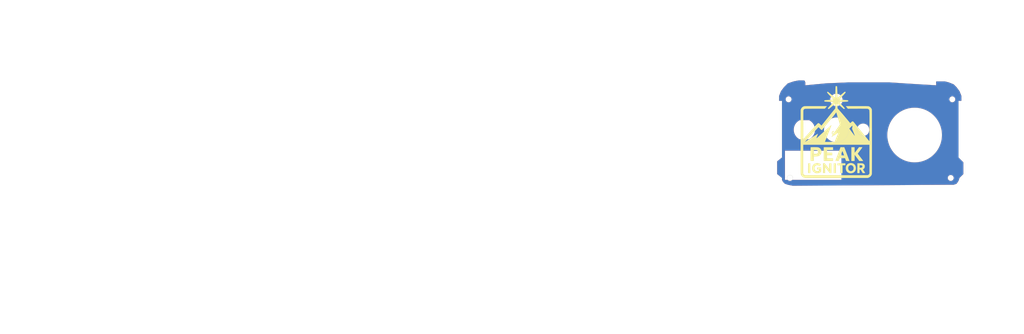
<source format=kicad_pcb>
(kicad_pcb (version 20241229) (generator "pcbnew") (generator_version "9.0")
  (layers (0 "F.Cu" signal) (4 "In1.Cu" signal) (6 "In2.Cu" signal) (2 "B.Cu" signal) (13 "F.Paste" user) (15 "B.Paste" user) (5 "F.SilkS" user "F.Silkscreen") (7 "B.SilkS" user "B.Silkscreen") (1 "F.Mask" user) (3 "B.Mask" user) (25 "Edge.Cuts" user))
  (net 0 "")
  (footprint "myfootprints:dummy" (layer "F.Cu") (at 224 24)
    (property "Reference" "REF**" (hide yes))
    (property "Value" "dummy")
  )
  (footprint "LOGO" (layer "F.Cu") (at 224 41)
    (property "Reference" "G***" (at 0 0 0) (layer "F.SilkS") (effects (font (size 1.5 1.5) (thickness 0.3))))
    (property "Value" "LOGO" (hide yes))
    (fp_poly (pts (xy -0.239483 17.835658) (xy -0.239417 18.335237) (xy -0.240314 18.805733) (xy -0.242082 19.235329) (xy -0.244628 19.612207) (xy -0.247861 19.924549) (xy -0.251689 20.160538) (xy -0.25602 20.308357) (xy -0.259045 20.351442) (xy -0.281284 20.502966) (xy -0.84075 20.502966) (xy -1.400217 20.502966) (xy -1.386231 17.987182) (xy -1.372246 15.471398) (xy -0.807204 15.471398) (xy -0.242161 15.471398)) (fill yes) (layer "F.SilkS"))
    (fp_poly (pts (xy -13.358684 17.987182) (xy -13.355854 18.595238) (xy -13.354819 19.103357) (xy -13.355743 19.519219) (xy -13.358789 19.850501) (xy -13.364121 20.104884) (xy -13.371904 20.290044) (xy -13.382301 20.413661) (xy -13.395477 20.483413) (xy -13.411595 20.506979) (xy -13.412498 20.507083) (xy -13.528394 20.517001) (xy -13.561017 20.520537) (xy -13.650237 20.523074) (xy -13.815524 20.521523) (xy -14.02541 20.516263) (xy -14.08623 20.514234) (xy -14.530723 20.498596) (xy -14.516738 17.984997) (xy -14.502754 15.471398) (xy -13.937712 15.471398) (xy -13.37267 15.471398)) (fill yes) (layer "F.SilkS"))
    (fp_poly (pts (xy 4.617129 15.874366) (xy 4.62727 16.128063) (xy 4.623476 16.30503) (xy 4.589908 16.419034) (xy 4.51073 16.483844) (xy 4.370104 16.513228) (xy 4.152192 16.520951) (xy 3.873551 16.520763) (xy 3.175 16.520763) (xy 3.175 18.507448) (xy 3.175 20.494134) (xy 2.811758 20.512003) (xy 2.575345 20.519032) (xy 2.338404 20.518778) (xy 2.192902 20.513471) (xy 1.937288 20.497069) (xy 1.937288 18.508916) (xy 1.937288 16.520763) (xy 1.235763 16.520763) (xy 0.534238 16.520763) (xy 0.54964 15.99608) (xy 0.565042 15.471398) (xy 2.583051 15.471398) (xy 4.601059 15.471398)) (fill yes) (layer "F.SilkS"))
    (fp_poly (pts (xy -1.695127 7.9375) (xy -1.695127 8.637076) (xy -3.243917 8.651357) (xy -4.792706 8.665639) (xy -4.777603 9.324027) (xy -4.7625 9.982415) (xy -3.444068 10.009322) (xy -2.125636 10.036229) (xy -2.125636 10.708898) (xy -2.125636 11.381568) (xy -3.459034 11.395964) (xy -4.792432 11.410361) (xy -4.777466 12.149354) (xy -4.7625 12.888347) (xy -3.228814 12.915254) (xy -1.695127 12.942161) (xy -1.695127 13.61483) (xy -1.695127 14.2875) (xy -4.077851 14.301514) (xy -4.670591 14.304396) (xy -5.163623 14.305332) (xy -5.564852 14.304148) (xy -5.882182 14.300665) (xy -6.123517 14.294709) (xy -6.296763 14.2861) (xy -6.409824 14.274665) (xy -6.470605 14.260225) (xy -6.486499 14.247701) (xy -6.49078 14.183403) (xy -6.494417 14.020685) (xy -6.497378 13.768754) (xy -6.499632 13.436814) (xy -6.501148 13.034073) (xy -6.501894 12.569734) (xy -6.501839 12.053005) (xy -6.500953 11.493091) (xy -6.499204 10.899198) (xy -6.498478 10.708898) (xy -6.484534 7.237924) (xy -4.089831 7.237924) (xy -1.695127 7.237924)) (fill yes) (layer "F.SilkS"))
    (fp_poly (pts (xy -5.744316 15.745728) (xy -5.6168 15.913496) (xy -5.447741 16.135377) (xy -5.261032 16.380035) (xy -5.112288 16.574664) (xy -4.919464 16.826842) (xy -4.689624 17.12753) (xy -4.451068 17.4397) (xy -4.232099 17.72632) (xy -4.224365 17.736446) (xy -3.740042 18.370529) (xy -3.713136 16.920963) (xy -3.686229 15.471398) (xy -3.121187 15.471398) (xy -2.556144 15.471398) (xy -2.542141 17.943582) (xy -2.540057 18.499007) (xy -2.540278 19.002685) (xy -2.542684 19.446045) (xy -2.547155 19.820516) (xy -2.553569 20.117528) (xy -2.561807 20.32851) (xy -2.571749 20.444892) (xy -2.577537 20.465164) (xy -2.65386 20.494996) (xy -2.803347 20.523402) (xy -2.968235 20.541875) (xy -3.170629 20.551729) (xy -3.300659 20.537714) (xy -3.391994 20.494431) (xy -3.423989 20.46881) (xy -3.49894 20.389004) (xy -3.621966 20.242643) (xy -3.776906 20.049529) (xy -3.9476 19.829464) (xy -3.973229 19.795795) (xy -4.16371 19.546019) (xy -4.396091 19.242983) (xy -4.646069 18.918285) (xy -4.889344 18.603525) (xy -4.988859 18.475213) (xy -5.184921 18.221923) (xy -5.363614 17.989539) (xy -5.512024 17.794975) (xy -5.617238 17.655143) (xy -5.661055 17.594884) (xy -5.687699 17.561087) (xy -5.708633 17.552926) (xy -5.724573 17.580955) (xy -5.736235 17.655728) (xy -5.744335 17.787799) (xy -5.749589 17.987722) (xy -5.752713 18.266052) (xy -5.754425 18.633342) (xy -5.755228 18.982733) (xy -5.758051 20.502966) (xy -6.323093 20.502966) (xy -6.888136 20.502966) (xy -6.888136 17.973729) (xy -6.888136 15.444491) (xy -6.430438 15.444491) (xy -5.972741 15.444491)) (fill yes) (layer "F.SilkS"))
    (fp_poly (pts (xy 7.881688 15.386271) (xy 8.024785 15.414267) (xy 8.532715 15.571335) (xy 8.972857 15.809795) (xy 9.34097 16.124176) (xy 9.632813 16.509007) (xy 9.844146 16.958814) (xy 9.970727 17.468126) (xy 10.008683 17.9739) (xy 9.964856 18.531) (xy 9.83116 19.029243) (xy 9.606732 19.470282) (xy 9.290706 19.855772) (xy 8.882221 20.187367) (xy 8.83745 20.216853) (xy 8.485297 20.392979) (xy 8.067455 20.519125) (xy 7.615779 20.590798) (xy 7.162122 20.603507) (xy 6.738336 20.552761) (xy 6.633304 20.527635) (xy 6.136326 20.343934) (xy 5.712064 20.082509) (xy 5.363781 19.747851) (xy 5.094735 19.34445) (xy 4.908189 18.876798) (xy 4.807402 18.349386) (xy 4.790043 18.000635) (xy 6.054025 18.000635) (xy 6.057661 18.245237) (xy 6.073528 18.418469) (xy 6.109071 18.556485) (xy 6.171733 18.695434) (xy 6.212719 18.771437) (xy 6.436513 19.081225) (xy 6.717089 19.317467) (xy 7.011542 19.456366) (xy 7.281711 19.51836) (xy 7.534779 19.51941) (xy 7.820818 19.45911) (xy 7.853623 19.449554) (xy 8.170793 19.301513) (xy 8.439701 19.069236) (xy 8.641879 18.771908) (xy 8.733847 18.535206) (xy 8.806687 18.199429) (xy 8.81713 17.899814) (xy 8.765352 17.584953) (xy 8.737414 17.478779) (xy 8.600523 17.160219) (xy 8.387819 16.869642) (xy 8.125442 16.639524) (xy 8.003633 16.567134) (xy 7.801863 16.499799) (xy 7.543904 16.461446) (xy 7.274335 16.454487) (xy 7.037733 16.481334) (xy 6.941949 16.509687) (xy 6.629057 16.688984) (xy 6.365406 16.944377) (xy 6.197327 17.210617) (xy 6.12429 17.383605) (xy 6.08081 17.54395) (xy 6.059767 17.730916) (xy 6.054038 17.983768) (xy 6.054025 18.000635) (xy 4.790043 18.000635) (xy 4.789407 17.987865) (xy 4.836514 17.436031) (xy 4.974394 16.934458) (xy 5.197886 16.489718) (xy 5.501829 16.108384) (xy 5.881061 15.797029) (xy 6.330422 15.562223) (xy 6.807415 15.418172) (xy 7.188532 15.355732) (xy 7.528826 15.345155)) (fill yes) (layer "F.SilkS"))
    (fp_poly (pts (xy -9.311834 15.400189) (xy -8.862947 15.512638) (xy -8.458433 15.684933) (xy -8.139301 15.898377) (xy -8.031083 16.003556) (xy -7.970546 16.089291) (xy -7.96581 16.108491) (xy -7.997128 16.176112) (xy -8.080138 16.306637) (xy -8.200364 16.478087) (xy -8.280665 16.586588) (xy -8.594118 17.002201) (xy -8.710561 16.878253) (xy -8.940882 16.701306) (xy -9.240343 16.569214) (xy -9.577546 16.488427) (xy -9.921089 16.465392) (xy -10.239572 16.50656) (xy -10.350382 16.541476) (xy -10.620872 16.694087) (xy -10.868715 16.92493) (xy -11.06374 17.204876) (xy -11.089273 17.254846) (xy -11.164195 17.488162) (xy -11.205005 17.78294) (xy -11.210057 18.098031) (xy -11.177705 18.392284) (xy -11.140633 18.538771) (xy -10.973114 18.891597) (xy -10.735385 19.170993) (xy -10.440823 19.371329) (xy -10.102802 19.486979) (xy -9.734698 19.512312) (xy -9.349887 19.441702) (xy -9.161759 19.37146) (xy -8.933051 19.271306) (xy -8.933051 18.972305) (xy -8.933051 18.673305) (xy -9.383468 18.673305) (xy -9.833884 18.673305) (xy -9.859788 18.443491) (xy -9.870013 18.252992) (xy -9.867216 18.023521) (xy -9.860028 17.904218) (xy -9.834365 17.594757) (xy -8.805212 17.609349) (xy -7.776059 17.623941) (xy -7.776059 18.738287) (xy -7.775062 19.115386) (xy -7.776018 19.401317) (xy -7.784849 19.612466) (xy -7.807476 19.765218) (xy -7.849819 19.875959) (xy -7.917802 19.961074) (xy -8.017344 20.03695) (xy -8.154367 20.119972) (xy -8.308031 20.210379) (xy -8.528431 20.326847) (xy -8.769136 20.430406) (xy -8.926887 20.483471) (xy -9.120097 20.52225) (xy -9.377016 20.554669) (xy -9.664269 20.578607) (xy -9.948479 20.591942) (xy -10.196273 20.592555) (xy -10.374274 20.578324) (xy -10.386017 20.576187) (xy -10.797109 20.454933) (xy -11.203611 20.261468) (xy -11.570434 20.015415) (xy -11.839121 19.763554) (xy -12.102238 19.399837) (xy -12.286617 18.990646) (xy -12.396273 18.523434) (xy -12.435225 17.985654) (xy -12.435243 17.901279) (xy -12.3851 17.346319) (xy -12.246131 16.850767) (xy -12.021668 16.418441) (xy -11.715046 16.053157) (xy -11.329596 15.758733) (xy -10.868651 15.538986) (xy -10.335546 15.397734) (xy -10.235116 15.381375) (xy -9.778192 15.354223)) (fill yes) (layer "F.SilkS"))
    (fp_poly (pts (xy 12.468907 15.473553) (xy 12.845029 15.482041) (xy 13.144003 15.499899) (xy 13.381044 15.530162) (xy 13.571365 15.575868) (xy 13.730183 15.640053) (xy 13.87271 15.725752) (xy 14.014162 15.836003) (xy 14.070218 15.884458) (xy 14.329404 16.167151) (xy 14.491926 16.481418) (xy 14.568176 16.847747) (xy 14.570094 16.870081) (xy 14.563153 17.320548) (xy 14.466718 17.71556) (xy 14.282261 18.051816) (xy 14.011256 18.326015) (xy 13.880355 18.416706) (xy 13.737707 18.509474) (xy 13.641325 18.579988) (xy 13.61483 18.60773) (xy 13.63945 18.66774) (xy 13.715024 18.79874) (xy 13.844127 19.004818) (xy 14.029332 19.290064) (xy 14.273214 19.658568) (xy 14.32809 19.74087) (xy 14.488491 19.984449) (xy 14.62328 20.195409) (xy 14.722908 20.358287) (xy 14.777828 20.457622) (xy 14.785033 20.480786) (xy 14.725705 20.491029) (xy 14.58074 20.50244) (xy 14.372097 20.513608) (xy 14.128403 20.522917) (xy 13.493911 20.54291) (xy 13.310131 20.240417) (xy 13.202177 20.061248) (xy 13.061716 19.826069) (xy 12.910697 19.571702) (xy 12.825038 19.426695) (xy 12.696158 19.211638) (xy 12.581496 19.026866) (xy 12.495284 18.89493) (xy 12.456704 18.84295) (xy 12.364991 18.795804) (xy 12.212363 18.761931) (xy 12.14124 18.754797) (xy 11.892796 18.739159) (xy 11.892796 19.613748) (xy 11.892796 20.488337) (xy 11.643125 20.522558) (xy 11.473951 20.541302) (xy 11.340284 20.548423) (xy 11.30679 20.54708) (xy 11.202805 20.53716) (xy 11.040981 20.523389) (xy 10.963982 20.517203) (xy 10.707838 20.497026) (xy 10.721821 17.984212) (xy 10.723077 17.758474) (xy 11.889381 17.758474) (xy 12.361957 17.757681) (xy 12.602917 17.749635) (xy 12.807923 17.728714) (xy 12.944963 17.698496) (xy 12.96388 17.690414) (xy 13.151206 17.542642) (xy 13.270391 17.343342) (xy 13.316781 17.119592) (xy 13.285725 16.898471) (xy 13.172568 16.707056) (xy 13.138588 16.673746) (xy 13.004114 16.580489) (xy 12.834604 16.52371) (xy 12.637215 16.493999) (xy 12.421604 16.477201) (xy 12.219194 16.471567) (xy 12.108051 16.475782) (xy 11.919703 16.493856) (xy 11.904542 17.126165) (xy 11.889381 17.758474) (xy 10.723077 17.758474) (xy 10.735805 15.471398) (xy 12.000424 15.471398)) (fill yes) (layer "F.SilkS"))
    (fp_poly (pts (xy 12.78282 7.211911) (xy 13.029018 7.21886) (xy 13.188338 7.238264) (xy 13.271154 7.276523) (xy 13.28784 7.340037) (xy 13.248771 7.435205) (xy 13.164321 7.568429) (xy 13.121497 7.631829) (xy 13.038809 7.748947) (xy 12.901847 7.937152) (xy 12.721503 8.181876) (xy 12.508672 8.468552) (xy 12.274244 8.78261) (xy 12.029113 9.109483) (xy 11.784171 9.434602) (xy 11.550311 9.7434) (xy 11.338425 10.021307) (xy 11.209679 10.188798) (xy 10.925665 10.556622) (xy 11.072896 10.753045) (xy 11.146486 10.849726) (xy 11.275148 11.017172) (xy 11.447909 11.24117) (xy 11.653796 11.507504) (xy 11.881836 11.80196) (xy 12.056012 12.026534) (xy 12.434303 12.514308) (xy 12.751457 12.924209) (xy 13.01259 13.263187) (xy 13.222815 13.538191) (xy 13.387246 13.756168) (xy 13.510999 13.924068) (xy 13.599186 14.048839) (xy 13.656923 14.137429) (xy 13.689324 14.196787) (xy 13.701503 14.233862) (xy 13.698574 14.255602) (xy 13.697729 14.257069) (xy 13.628665 14.280245) (xy 13.456519 14.29765) (xy 13.185695 14.309031) (xy 12.820595 14.314136) (xy 12.699152 14.314407) (xy 11.736012 14.314407) (xy 11.278296 13.709004) (xy 11.10087 13.473484) (xy 10.878128 13.176517) (xy 10.628803 12.843152) (xy 10.371627 12.498438) (xy 10.125331 12.167425) (xy 10.105524 12.140757) (xy 9.390466 11.177913) (xy 9.363559 12.732706) (xy 9.336652 14.2875) (xy 8.514847 14.302361) (xy 8.181017 14.306175) (xy 7.941914 14.303136) (xy 7.784811 14.292439) (xy 7.696978 14.273274) (xy 7.666793 14.248548) (xy 7.662454 14.1841) (xy 7.658764 14.021235) (xy 7.655754 13.769163) (xy 7.653455 13.437091) (xy 7.651901 13.034229) (xy 7.651122 12.569785) (xy 7.651152 12.052969) (xy 7.652022 11.492987) (xy 7.653764 10.899051) (xy 7.654488 10.708898) (xy 7.668432 7.237924) (xy 8.502542 7.237924) (xy 9.336652 7.237924) (xy 9.350999 8.65053) (xy 9.356267 9.027611) (xy 9.363763 9.366575) (xy 9.372951 9.65339) (xy 9.383296 9.874026) (xy 9.394262 10.014453) (xy 9.404813 10.060783) (xy 9.445455 10.018758) (xy 9.542639 9.900558) (xy 9.688524 9.716253) (xy 9.875266 9.475913) (xy 10.095021 9.189608) (xy 10.339948 8.867407) (xy 10.515535 8.634724) (xy 11.586791 7.211017) (xy 12.43937 7.211017)) (fill yes) (layer "F.SilkS"))
    (fp_poly (pts (xy -10.908289 7.212113) (xy -10.46977 7.216372) (xy -10.11188 7.225247) (xy -9.821129 7.240192) (xy -9.584025 7.262661) (xy -9.387076 7.294108) (xy -9.21679 7.335986) (xy -9.059675 7.389751) (xy -8.90224 7.456856) (xy -8.825424 7.492878) (xy -8.664592 7.590696) (xy -8.472532 7.737447) (xy -8.289907 7.901968) (xy -8.284224 7.907627) (xy -8.003424 8.261349) (xy -7.804033 8.668189) (xy -7.686133 9.110766) (xy -7.649811 9.5717) (xy -7.695148 10.03361) (xy -7.822231 10.479115) (xy -8.031142 10.890835) (xy -8.2683 11.196119) (xy -8.508785 11.428507) (xy -8.757338 11.61187) (xy -9.03097 11.75204) (xy -9.346691 11.854851) (xy -9.721511 11.926137) (xy -10.172441 11.971731) (xy -10.59308 11.9934) (xy -11.526627 12.02733) (xy -11.534818 13.157415) (xy -11.543009 14.2875) (xy -12.357383 14.302321) (xy -12.67433 14.306779) (xy -12.899791 14.305851) (xy -13.049832 14.298179) (xy -13.14052 14.282404) (xy -13.187921 14.257167) (xy -13.204947 14.230653) (xy -13.21133 14.161172) (xy -13.217019 13.99529) (xy -13.222013 13.744231) (xy -13.226311 13.419216) (xy -13.229911 13.031468) (xy -13.232814 12.592212) (xy -13.235019 12.11267) (xy -13.236524 11.604064) (xy -13.237328 11.077618) (xy -13.237431 10.544555) (xy -13.236832 10.016097) (xy -13.235768 9.596751) (xy -11.569915 9.596751) (xy -11.56794 9.903269) (xy -11.562464 10.171638) (xy -11.554161 10.383654) (xy -11.543706 10.521116) (xy -11.53404 10.565395) (xy -11.45923 10.586384) (xy -11.301937 10.599127) (xy -11.086943 10.604218) (xy -10.839027 10.602249) (xy -10.582971 10.593813) (xy -10.343555 10.579501) (xy -10.145561 10.559906) (xy -10.013769 10.53562) (xy -9.9933 10.528567) (xy -9.798406 10.405185) (xy -9.619369 10.220588) (xy -9.487534 10.01196) (xy -9.440314 9.872577) (xy -9.421042 9.579977) (xy -9.464806 9.295871) (xy -9.564679 9.061653) (xy -9.579779 9.039322) (xy -9.700318 8.90005) (xy -9.846066 8.798501) (xy -10.03471 8.729491) (xy -10.283937 8.687841) (xy -10.611435 8.668367) (xy -10.856886 8.665165) (xy -11.569915 8.663983) (xy -11.569915 9.596751) (xy -13.235768 9.596751) (xy -13.235531 9.503469) (xy -13.233525 9.017892) (xy -13.230815 8.570589) (xy -13.2274 8.172784) (xy -13.223278 7.8357) (xy -13.218449 7.57056) (xy -13.212912 7.388586) (xy -13.206666 7.301001) (xy -13.205471 7.296138) (xy -13.186381 7.272447) (xy -13.142027 7.253537) (xy -13.061557 7.238886) (xy -12.93412 7.227968) (xy -12.748866 7.220262) (xy -12.494942 7.215244) (xy -12.161497 7.212389) (xy -11.73768 7.211175) (xy -11.44093 7.211017)) (fill yes) (layer "F.SilkS"))
    (fp_poly (pts (xy 3.078801 7.223278) (xy 4.047514 7.237924) (xy 4.447743 8.287288) (xy 4.572624 8.614861) (xy 4.688653 8.919487) (xy 4.788801 9.182693) (xy 4.866042 9.386009) (xy 4.913348 9.510962) (xy 4.918627 9.525) (xy 4.959625 9.633499) (xy 5.031678 9.823372) (xy 5.127492 10.075433) (xy 5.239773 10.370493) (xy 5.361227 10.689363) (xy 5.368671 10.708898) (xy 5.6441 11.43253) (xy 5.88253 12.060955) (xy 6.085854 12.599324) (xy 6.255965 13.052783) (xy 6.394755 13.426483) (xy 6.504118 13.725571) (xy 6.585946 13.955197) (xy 6.642133 14.120508) (xy 6.67457 14.226653) (xy 6.685152 14.278781) (xy 6.683672 14.285678) (xy 6.622704 14.295486) (xy 6.473097 14.303854) (xy 6.253837 14.31016) (xy 5.983909 14.313781) (xy 5.807606 14.314407) (xy 4.960269 14.314407) (xy 4.789529 13.870445) (xy 4.695339 13.624977) (xy 4.600689 13.377399) (xy 4.523383 13.174304) (xy 4.511542 13.143047) (xy 4.404294 12.85961) (xy 3.057707 12.873979) (xy 1.711119 12.888347) (xy 1.431188 13.587924) (xy 1.151256 14.2875) (xy 0.337496 14.302333) (xy 0.0525 14.304485) (xy -0.19292 14.300572) (xy -0.379344 14.291357) (xy -0.487347 14.277602) (xy -0.505884 14.269242) (xy -0.502513 14.233316) (xy -0.477942 14.144485) (xy -0.43063 13.998568) (xy -0.359038 13.791382) (xy -0.261627 13.518743) (xy -0.136858 13.17647) (xy 0.016808 12.760378) (xy 0.200911 12.266285) (xy 0.416989 11.690008) (xy 0.545076 11.349951) (xy 2.272465 11.349951) (xy 2.297809 11.375302) (xy 2.366501 11.392089) (xy 2.493497 11.402047) (xy 2.693754 11.406911) (xy 2.982229 11.408418) (xy 3.087218 11.408474) (xy 3.926819 11.408474) (xy 3.826566 11.15286) (xy 3.773652 11.014604) (xy 3.692736 10.799066) (xy 3.592693 10.530078) (xy 3.482402 10.231468) (xy 3.414913 10.047757) (xy 3.310116 9.770727) (xy 3.215287 9.53656) (xy 3.137233 9.36078) (xy 3.082762 9.258913) (xy 3.061038 9.240742) (xy 3.03298 9.298926) (xy 2.974993 9.439595) (xy 2.89412 9.644154) (xy 2.797405 9.894011) (xy 2.691892 10.170572) (xy 2.584623 10.455245) (xy 2.482644 10.729436) (xy 2.392997 10.974551) (xy 2.322726 11.171998) (xy 2.278874 11.303184) (xy 2.275511 11.314301) (xy 2.272465 11.349951) (xy 0.545076 11.349951) (xy 0.666583 11.027365) (xy 0.95123 10.274173) (xy 1.272471 9.426248) (xy 1.398324 9.094491) (xy 1.548812 8.697758) (xy 1.689052 8.327742) (xy 1.81392 7.997983) (xy 1.918295 7.72202) (xy 1.997055 7.51339) (xy 2.045076 7.385633) (xy 2.05541 7.357812) (xy 2.110088 7.208633)) (fill yes) (layer "F.SilkS"))
    (fp_poly (pts (xy 0.247244 -24.029846) (xy 0.307794 -24.012597) (xy 0.335127 -23.941479) (xy 0.362131 -23.766674) (xy 0.388581 -23.492121) (xy 0.414255 -23.121761) (xy 0.438926 -22.659533) (xy 0.462372 -22.109378) (xy 0.484368 -21.475235) (xy 0.50469 -20.761044) (xy 0.513681 -20.395339) (xy 0.523493 -19.998557) (xy 0.533576 -19.630055) (xy 0.54342 -19.305635) (xy 0.552516 -19.041101) (xy 0.560356 -18.852256) (xy 0.56643 -18.754904) (xy 0.566527 -18.754026) (xy 0.579143 -18.593433) (xy 0.587439 -18.399819) (xy 0.588317 -18.357688) (xy 0.591949 -18.122791) (xy 0.729965 -18.213223) (xy 0.803562 -18.269783) (xy 0.947481 -18.387718) (xy 1.150805 -18.557812) (xy 1.402616 -18.770848) (xy 1.691994 -19.017608) (xy 2.008022 -19.288875) (xy 2.187496 -19.443671) (xy 2.650071 -19.842955) (xy 3.038628 -20.177249) (xy 3.360305 -20.452258) (xy 3.622239 -20.673685) (xy 3.831567 -20.847234) (xy 3.995426 -20.978607) (xy 4.120955 -21.073508) (xy 4.21529 -21.13764) (xy 4.285568 -21.176708) (xy 4.338928 -21.196413) (xy 4.382506 -21.202461) (xy 4.388586 -21.202543) (xy 4.544642 -21.155549) (xy 4.671886 -21.038384) (xy 4.734092 -20.886774) (xy 4.735593 -20.860328) (xy 4.730027 -20.807543) (xy 4.708725 -20.746478) (xy 4.664782 -20.668659) (xy 4.591295 -20.565609) (xy 4.481359 -20.428856) (xy 4.328069 -20.249922) (xy 4.124521 -20.020335) (xy 3.863811 -19.731618) (xy 3.539033 -19.375297) (xy 3.417161 -19.242022) (xy 2.990218 -18.774028) (xy 2.632765 -18.37904) (xy 2.340372 -18.051839) (xy 2.108605 -17.787208) (xy 1.933033 -17.579928) (xy 1.809225 -17.42478) (xy 1.732749 -17.316547) (xy 1.699172 -17.250008) (xy 1.701539 -17.221851) (xy 1.734631 -17.206969) (xy 1.808264 -17.190969) (xy 1.930148 -17.173123) (xy 2.107989 -17.152701) (xy 2.349498 -17.128976) (xy 2.662383 -17.10122) (xy 3.054352 -17.068704) (xy 3.533115 -17.0307) (xy 4.106381 -16.986479) (xy 4.546674 -16.953049) (xy 4.960717 -16.921518) (xy 5.280961 -16.895762) (xy 5.520934 -16.87352) (xy 5.694166 -16.852532) (xy 5.814184 -16.830539) (xy 5.894516 -16.805279) (xy 5.948691 -16.774494) (xy 5.990236 -16.735923) (xy 6.015047 -16.707733) (xy 6.099782 -16.546813) (xy 6.087121 -16.392049) (xy 5.986918 -16.258602) (xy 5.809025 -16.161632) (xy 5.634651 -16.122453) (xy 5.527748 -16.112746) (xy 5.327744 -16.097767) (xy 5.048984 -16.078469) (xy 4.705813 -16.055805) (xy 4.312576 -16.030727) (xy 3.88362 -16.004188) (xy 3.559813 -15.984658) (xy 3.122389 -15.957541) (xy 2.717728 -15.930502) (xy 2.358742 -15.904555) (xy 2.058343 -15.880712) (xy 1.829444 -15.859987) (xy 1.684958 -15.843394) (xy 1.639072 -15.83392) (xy 1.635827 -15.792666) (xy 1.690073 -15.69915) (xy 1.806307 -15.547555) (xy 1.989029 -15.332061) (xy 2.242737 -15.046852) (xy 2.276716 -15.009267) (xy 2.759252 -14.473905) (xy 3.179378 -14.00285) (xy 3.535295 -13.598205) (xy 3.825201 -13.262069) (xy 4.047295 -12.996547) (xy 4.199778 -12.803738) (xy 4.280847 -12.685745) (xy 4.29418 -12.65467) (xy 4.2716 -12.509858) (xy 4.173045 -12.396659) (xy 4.028746 -12.329249) (xy 3.868934 -12.321803) (xy 3.724806 -12.387678) (xy 3.65631 -12.445195) (xy 3.519514 -12.559921) (xy 3.32862 -12.71995) (xy 3.097829 -12.913377) (xy 2.841345 -13.128297) (xy 2.802017 -13.161248) (xy 2.495233 -13.419166) (xy 2.167266 -13.696391) (xy 1.845645 -13.969554) (xy 1.557897 -14.21529) (xy 1.375958 -14.371783) (xy 1.157355 -14.55765) (xy 0.9613 -14.718684) (xy 0.804977 -14.841187) (xy 0.70557 -14.91146) (xy 0.686123 -14.921683) (xy 0.653104 -14.927114) (xy 0.628608 -14.906142) (xy 0.611197 -14.845106) (xy 0.599434 -14.730342) (xy 0.591881 -14.548187) (xy 0.5871 -14.284978) (xy 0.583834 -13.949476) (xy 0.580293 -13.54725) (xy 0.579164 -13.236915) (xy 0.583724 -13.002739) (xy 0.597255 -12.828991) (xy 0.623036 -12.699937) (xy 0.664346 -12.599846) (xy 0.724465 -12.512986) (xy 0.806673 -12.423624) (xy 0.91425 -12.316028) (xy 0.927042 -12.303141) (xy 1.037314 -12.186532) (xy 1.207661 -11.999628) (xy 1.428093 -11.753829) (xy 1.688619 -11.460537) (xy 1.979246 -11.131153) (xy 2.289986 -10.777078) (xy 2.610845 -10.409713) (xy 2.931834 -10.040458) (xy 3.242961 -9.680716) (xy 3.534236 -9.341887) (xy 3.795667 -9.035372) (xy 3.933007 -8.872947) (xy 4.2867 -8.452772) (xy 4.649063 -8.021995) (xy 5.012584 -7.58957) (xy 5.369751 -7.164452) (xy 5.713051 -6.755593) (xy 6.034973 -6.371948) (xy 6.328004 -6.02247) (xy 6.584633 -5.716113) (xy 6.797346 -5.461831) (xy 6.958632 -5.268578) (xy 7.060978 -5.145306) (xy 7.082864 -5.118662) (xy 7.126326 -5.144429) (xy 7.230824 -5.230136) (xy 7.379501 -5.361454) (xy 7.514002 -5.485124) (xy 7.767213 -5.713634) (xy 7.965371 -5.870901) (xy 8.124766 -5.966269) (xy 8.261685 -6.009083) (xy 8.392414 -6.008687) (xy 8.418933 -6.004304) (xy 8.484933 -5.989059) (xy 8.547614 -5.963591) (xy 8.615795 -5.918568) (xy 8.698296 -5.844658) (xy 8.803938 -5.732529) (xy 8.94154 -5.57285) (xy 9.119923 -5.356288) (xy 9.347904 -5.073511) (xy 9.618023 -4.735593) (xy 10.21721 -3.987559) (xy 10.826914 -3.231651) (xy 11.422785 -2.497947) (xy 11.98047 -1.816526) (xy 12.037887 -1.746724) (xy 12.325184 -1.397087) (xy 12.66542 -0.982109) (xy 13.04371 -0.520016) (xy 13.445168 -0.029032) (xy 13.854909 0.472616) (xy 14.258047 0.966704) (xy 14.639697 1.435005) (xy 14.984973 1.859294) (xy 15.27899 2.221345) (xy 15.309958 2.259542) (xy 15.669421 2.702606) (xy 15.967553 3.068903) (xy 16.21045 3.36555) (xy 16.404211 3.599665) (xy 16.554934 3.778367) (xy 16.668716 3.908773) (xy 16.751657 3.998002) (xy 16.809853 4.05317) (xy 16.849402 4.081397) (xy 16.876403 4.089801) (xy 16.877967 4.08983) (xy 16.888234 4.076289) (xy 16.897531 4.03247) (xy 16.905903 3.953582) (xy 16.913394 3.834832) (xy 16.920051 3.671428) (xy 16.925917 3.458578) (xy 16.93104 3.191491) (xy 16.935463 2.865373) (xy 16.939232 2.475434) (xy 16.942392 2.016881) (xy 16.944989 1.484921) (xy 16.947068 0.874764) (xy 16.948673 0.181616) (xy 16.949851 -0.599315) (xy 16.950646 -1.472819) (xy 16.951103 -2.443691) (xy 16.951269 -3.51672) (xy 16.951271 -3.676643) (xy 16.951403 -4.768874) (xy 16.951635 -5.758712) (xy 16.951719 -6.651391) (xy 16.95141 -7.452144) (xy 16.950459 -8.166204) (xy 16.948621 -8.798805) (xy 16.945649 -9.355181) (xy 16.941295 -9.840564) (xy 16.935313 -10.260189) (xy 16.927457 -10.619289) (xy 16.917479 -10.923097) (xy 16.905133 -11.176847) (xy 16.890171 -11.385773) (xy 16.872347 -11.555108) (xy 16.851415 -11.690085) (xy 16.827127 -11.795938) (xy 16.799236 -11.8779) (xy 16.767497 -11.941206) (xy 16.731661 -11.991088) (xy 16.691483 -12.032779) (xy 16.646715 -12.071515) (xy 16.59711 -12.112527) (xy 16.551571 -12.152523) (xy 16.326793 -12.320482) (xy 16.078873 -12.416354) (xy 16.030859 -12.427533) (xy 15.941083 -12.439324) (xy 15.785119 -12.449642) (xy 15.558767 -12.458533) (xy 15.257826 -12.466041) (xy 14.878097 -12.472214) (xy 14.415378 -12.477097) (xy 13.865471 -12.480734) (xy 13.224173 -12.483173) (xy 12.487287 -12.484459) (xy 11.65061 -12.484636) (xy 10.843432 -12.483932) (xy 10.125972 -12.483047) (xy 9.438798 -12.482275) (xy 8.789592 -12.481622) (xy 8.186035 -12.48109) (xy 7.635809 -12.480685) (xy 7.146596 -12.480411) (xy 6.726079 -12.480271) (xy 6.381938 -12.480271) (xy 6.121857 -12.480414) (xy 5.953516 -12.480705) (xy 5.884598 -12.481148) (xy 5.883714 -12.481184) (xy 5.821905 -12.52375) (xy 5.722297 -12.631356) (xy 5.61649 -12.767267) (xy 5.478746 -12.952697) (xy 5.308138 -13.175638) (xy 5.139822 -13.390195) (xy 5.127585 -13.405528) (xy 4.998051 -13.571376) (xy 4.89942 -13.704895) (xy 4.847462 -13.784449) (xy 4.84322 -13.795676) (xy 4.895864 -13.800358) (xy 5.049113 -13.804853) (xy 5.295946 -13.809117) (xy 5.629343 -13.813107) (xy 6.042281 -13.816782) (xy 6.52774 -13.820099) (xy 7.078699 -13.823014) (xy 7.688135 -13.825486) (xy 8.349029 -13.827471) (xy 9.054358 -13.828928) (xy 9.797101 -13.829812) (xy 10.509245 -13.830085) (xy 11.438211 -13.830109) (xy 12.265939 -13.829986) (xy 12.998819 -13.829425) (xy 13.643239 -13.828131) (xy 14.205589 -13.825814) (xy 14.692257 -13.82218) (xy 15.109634 -13.816936) (xy 15.464107 -13.809792) (xy 15.762067 -13.800453) (xy 16.009903 -13.788628) (xy 16.214003 -13.774024) (xy 16.380757 -13.756349) (xy 16.516554 -13.73531) (xy 16.627783 -13.710615) (xy 16.720834 -13.681971) (xy 16.802095 -13.649085) (xy 16.877956 -13.611667) (xy 16.954805 -13.569422) (xy 17.021205 -13.532002) (xy 17.359762 -13.292282) (xy 17.669846 -12.97857) (xy 17.930503 -12.618199) (xy 18.12078 -12.238501) (xy 18.195376 -12.000424) (xy 18.200234 -11.926047) (xy 18.20484 -11.749132) (xy 18.209195 -11.474767) (xy 18.2133 -11.108039) (xy 18.217156 -10.654036) (xy 18.220764 -10.117848) (xy 18.224123 -9.504563) (xy 18.227236 -8.819267) (xy 18.230103 -8.06705) (xy 18.232725 -7.253) (xy 18.235102 -6.382205) (xy 18.237236 -5.459752) (xy 18.239126 -4.490731) (xy 18.240774 -3.480229) (xy 18.242181 -2.433335) (xy 18.243348 -1.355137) (xy 18.244274 -0.250722) (xy 18.244961 0.87482) (xy 18.245411 2.016402) (xy 18.245622 3.168936) (xy 18.245597 4.327333) (xy 18.245336 5.486505) (xy 18.24484 6.641365) (xy 18.24411 7.786823) (xy 18.243146 8.917792) (xy 18.241949 10.029184) (xy 18.24052 11.11591) (xy 18.23886 12.172882) (xy 18.236969 13.195012) (xy 18.234849 14.177212) (xy 18.2325 15.114394) (xy 18.229923 16.00147) (xy 18.227118 16.83335) (xy 18.224087 17.604948) (xy 18.22083 18.311175) (xy 18.217348 18.946943) (xy 18.213642 19.507163) (xy 18.209713 19.986748) (xy 18.205561 20.38061) (xy 18.201187 20.683659) (xy 18.196592 20.890809) (xy 18.191777 20.99697) (xy 18.190305 21.008294) (xy 18.031442 21.476579) (xy 17.777916 21.902694) (xy 17.437077 22.278784) (xy 17.016274 22.596993) (xy 16.522855 22.849464) (xy 16.435742 22.883965) (xy 16.117161 23.005296) (xy 0.026907 23.015479) (xy -1.559342 23.016426) (xy -3.041426 23.017184) (xy -4.422806 23.017739) (xy -5.706944 23.018077) (xy -6.897303 23.018184) (xy -7.997343 23.018046) (xy -9.010527 23.01765) (xy -9.940316 23.01698) (xy -10.790172 23.016024) (xy -11.563557 23.014767) (xy -12.263932 23.013195) (xy -12.89476 23.011295) (xy -13.459502 23.009053) (xy -13.96162 23.006454) (xy -14.404575 23.003486) (xy -14.791829 23.000133) (xy -15.126845 22.996382) (xy -15.413084 22.992219) (xy -15.654007 22.98763) (xy -15.853076 22.982601) (xy -16.013753 22.977119) (xy -16.139501 22.971169) (xy -16.23378 22.964738) (xy -16.300052 22.95781) (xy -16.341779 22.950374) (xy -16.34455 22.949652) (xy -16.851384 22.758147) (xy -17.314633 22.473815) (xy -17.630261 22.197474) (xy -17.943945 21.819277) (xy -18.160995 21.416475) (xy -18.292318 20.968733) (xy -18.293917 20.960381) (xy -18.300251 20.896525) (xy -18.306124 20.772517) (xy -18.311541 20.585942) (xy -18.316511 20.334389) (xy -18.321038 20.015442) (xy -18.32513 19.626688) (xy -18.328794 19.165714) (xy -18.332036 18.630107) (xy -18.334863 18.017452) (xy -18.33728 17.325336) (xy -18.339296 16.551346) (xy -18.340917 15.693068) (xy -18.342148 14.748089) (xy -18.342997 13.713995) (xy -18.343139 13.376899) (xy -16.978178 13.376899) (xy -16.978178 20.753587) (xy -16.815907 21.016045) (xy -16.644765 21.23452) (xy -16.421939 21.398269) (xy -16.3658 21.42887) (xy -16.077964 21.579237) (xy -0.04594 21.579237) (xy 1.546015 21.579173) (xy 3.033689 21.578969) (xy 4.420429 21.57861) (xy 5.709582 21.578083) (xy 6.904492 21.577371) (xy 8.008508 21.57646) (xy 9.024975 21.575335) (xy 9.95724 21.573981) (xy 10.808648 21.572382) (xy 11.582547 21.570525) (xy 12.282283 21.568393) (xy 12.911203 21.565972) (xy 13.472652 21.563247) (xy 13.969977 21.560203) (xy 14.406524 21.556824) (xy 14.78564 21.553097) (xy 15.110672 21.549006) (xy 15.384965 21.544535) (xy 15.611865 21.539671) (xy 15.794721 21.534397) (xy 15.936877 21.5287) (xy 16.04168 21.522564) (xy 16.112477 21.515973) (xy 16.152614 21.508914) (xy 16.159249 21.506672) (xy 16.4406 21.338168) (xy 16.683566 21.097332) (xy 16.805643 20.913252) (xy 16.924364 20.691313) (xy 16.924364 13.345763) (xy 16.924364 6.000212) (xy -0.026907 6.000212) (xy -16.978178 6.000212) (xy -16.978178 13.376899) (xy -18.343139 13.376899) (xy -18.343471 12.588372) (xy -18.343575 11.368807) (xy -18.343317 10.052886) (xy -18.342704 8.638196) (xy -18.341741 7.122323) (xy -18.340435 5.502854) (xy -18.339463 4.45692) (xy -16.063984 4.45692) (xy -16.04445 4.460805) (xy -16.001667 4.446731) (xy -15.926279 4.409186) (xy -15.808929 4.342657) (xy -15.640262 4.241634) (xy -15.41092 4.100603) (xy -15.111548 3.914054) (xy -14.73279 3.676475) (xy -14.637288 3.616439) (xy -14.321294 3.417161) (xy -7.372458 3.417161) (xy -7.345551 3.444068) (xy -7.318644 3.417161) (xy -7.345551 3.390254) (xy -7.372458 3.417161) (xy -14.321294 3.417161) (xy -14.012633 3.222507) (xy -13.40104 2.834335) (xy -12.784281 2.440212) (xy -12.144131 2.028429) (xy -11.462364 1.587276) (xy -10.720753 1.105044) (xy -10.224576 0.781383) (xy -10.006072 0.640044) (xy -9.809384 0.515237) (xy -9.658707 0.422174) (xy -9.586951 0.380483) (xy -9.503421 0.342042) (xy -9.477882 0.365142) (xy -9.494687 0.469965) (xy -9.499686 0.493037) (xy -9.53004 0.600053) (xy -9.590673 0.788557) (xy -9.674982 1.038928) (xy -9.776365 1.331542) (xy -9.883868 1.634659) (xy -9.990134 1.936189) (xy -10.080206 2.201956) (xy -10.148922 2.415865) (xy -10.191122 2.561818) (xy -10.201643 2.623719) (xy -10.201207 2.624358) (xy -10.143646 2.607643) (xy -10.016656 2.519113) (xy -9.826252 2.363706) (xy -9.578452 2.146361) (xy -9.279273 1.872017) (xy -9.240765 1.836025) (xy -9.027445 1.637838) (xy -8.765799 1.397112) (xy -8.487713 1.143068) (xy -8.225073 0.904926) (xy -8.203914 0.885842) (xy -7.970682 0.675208) (xy -7.682833 0.41468) (xy -7.3653 0.126859) (xy -7.043018 -0.165655) (xy -6.750948 -0.431139) (xy -5.864236 -1.233365) (xy -4.993545 -2.012286) (xy -4.153833 -2.754681) (xy -3.360054 -3.447325) (xy -2.627167 -4.076998) (xy -2.623081 -4.080476) (xy -2.53998 -4.13312) (xy -2.502228 -4.134572) (xy -2.507457 -4.10322) (xy -2.534858 -4.017518) (xy -2.585837 -3.873839) (xy -2.6618 -3.668555) (xy -2.764153 -3.398037) (xy -2.894304 -3.058658) (xy -3.053658 -2.64679) (xy -3.243621 -2.158804) (xy -3.465602 -1.591074) (xy -3.721005 -0.93997) (xy -4.011238 -0.201866) (xy -4.337706 0.626867) (xy -4.701817 1.549858) (xy -4.929154 2.125635) (xy -5.098977 2.554523) (xy -5.26053 2.960441) (xy -5.408565 3.330356) (xy -5.537834 3.651235) (xy -5.643087 3.910047) (xy -5.719077 4.093757) (xy -5.758724 4.185444) (xy -5.82243 4.33301) (xy -5.86071 4.441908) (xy -5.865678 4.468508) (xy -5.812357 4.481913) (xy -5.654305 4.492776) (xy -5.394389 4.501049) (xy -5.035477 4.506689) (xy -4.580436 4.509649) (xy -4.032132 4.509884) (xy -3.407391 4.507428) (xy -0.949103 4.493432) (xy -0.712622 3.955296) (xy -0.593904 3.681823) (xy -0.471649 3.394718) (xy -0.364639 3.138297) (xy -0.320879 3.030869) (xy -0.228356 2.804711) (xy -0.134824 2.582601) (xy -0.060479 2.412491) (xy -0.060263 2.412013) (xy -0.00501 2.286793) (xy 0.082972 2.083551) (xy 0.194601 1.82344) (xy 0.320796 1.527612) (xy 0.432414 1.264619) (xy 0.565536 0.952882) (xy 0.693937 0.657064) (xy 0.808016 0.398928) (xy 0.89817 0.20024) (xy 0.948003 0.095963) (xy 1.004207 -0.014124) (xy 1.046996 -0.10249) (xy 1.069289 -0.16576) (xy 1.064003 -0.200559) (xy 1.024056 -0.203511) (xy 0.942365 -0.17124) (xy 0.81185 -0.100371) (xy 0.625427 0.012472) (xy 0.376015 0.170664) (xy 0.05653 0.377581) (xy -0.340108 0.6366) (xy -0.75339 0.906911) (xy -1.133458 1.15371) (xy -1.49012 1.382116) (xy -1.812964 1.585714) (xy -2.091576 1.75809) (xy -2.315542 1.892829) (xy -2.47445 1.983516) (xy -2.557885 2.023737) (xy -2.567612 2.024479) (xy -2.545665 1.975714) (xy -2.471933 1.854243) (xy -2.356334 1.675544) (xy -2.208787 1.455091) (xy -2.110677 1.311577) (xy -1.93442 1.054627) (xy -1.715307 0.733581) (xy -1.470498 0.373681) (xy -1.217158 0.000169) (xy -0.972449 -0.361714) (xy -0.907885 -0.457415) (xy -0.650045 -0.838279) (xy -0.361096 -1.26252) (xy -0.063233 -1.697718) (xy 0.22135 -2.111454) (xy 0.354668 -2.30404) (xy 6.628324 -2.30404) (xy 6.65549 -2.252803) (xy 6.740623 -2.125894) (xy 6.876517 -1.933291) (xy 7.055968 -1.684974) (xy 7.27177 -1.390921) (xy 7.516718 -1.061113) (xy 7.757013 -0.740798) (xy 8.035502 -0.371104) (xy 8.303818 -0.01461) (xy 8.552451 0.316025) (xy 8.77189 0.608145) (xy 8.952626 0.84909) (xy 9.085149 1.026204) (xy 9.146909 1.109169) (xy 9.281334 1.278398) (xy 9.368691 1.360401) (xy 9.40574 1.352151) (xy 9.405909 1.351257) (xy 9.390297 1.281402) (xy 9.338742 1.12474) (xy 9.255997 0.8941) (xy 9.146818 0.60231) (xy 9.015959 0.262199) (xy 8.868176 -0.113406) (xy 8.796263 -0.293472) (xy 8.638405 -0.685525) (xy 8.49009 -1.051259) (xy 8.356914 -1.377074) (xy 8.244474 -1.649369) (xy 8.158369 -1.854543) (xy 8.104195 -1.978995) (xy 8.092398 -2.003753) (xy 8.061795 -2.076313) (xy 8.046157 -2.161293) (xy 8.046216 -2.279176) (xy 8.062702 -2.450447) (xy 8.096347 -2.69559) (xy 8.123549 -2.876663) (xy 8.178865 -3.233202) (xy 8.215955 -3.496066) (xy 8.226584 -3.668155) (xy 8.202515 -3.75237) (xy 8.135513 -3.751611) (xy 8.017342 -3.66878) (xy 7.839766 -3.506777) (xy 7.59455 -3.268502) (xy 7.439724 -3.117512) (xy 7.199869 -2.883268) (xy 6.987377 -2.673525) (xy 6.814042 -2.50011) (xy 6.691661 -2.374848) (xy 6.632029 -2.309564) (xy 6.628324 -2.30404) (xy 0.354668 -2.30404) (xy 0.470461 -2.47131) (xy 0.492043 -2.502331) (xy 0.713854 -2.822018) (xy 0.936831 -3.145216) (xy 1.145809 -3.449812) (xy 1.325623 -3.713693) (xy 1.461108 -3.914747) (xy 1.47631 -3.937578) (xy 1.786325 -4.404181) (xy 1.640442 -4.906222) (xy 1.580038 -5.112306) (xy 1.497419 -5.391543) (xy 1.396093 -5.73227) (xy 1.279567 -6.122823) (xy 1.151351 -6.551539) (xy 1.014954 -7.006756) (xy 0.873882 -7.47681) (xy 0.731646 -7.950038) (xy 0.591753 -8.414777) (xy 0.457711 -8.859364) (xy 0.33303 -9.272135) (xy 0.221217 -9.641428) (xy 0.125781 -9.955579) (xy 0.050231 -10.202926) (xy -0.001925 -10.371805) (xy -0.027179 -10.450553) (xy -0.028193 -10.453284) (xy -0.081521 -10.535185) (xy -0.147526 -10.521499) (xy -0.237548 -10.409398) (xy -0.243967 -10.39947) (xy -0.350034 -10.238743) (xy -0.473317 -10.061524) (xy -0.61901 -9.86124) (xy -0.792307 -9.631318) (xy -0.998404 -9.365184) (xy -1.242496 -9.056266) (xy -1.529777 -8.69799) (xy -1.865442 -8.283782) (xy -2.254687 -7.80707) (xy -2.702705 -7.26128) (xy -3.214691 -6.639839) (xy -3.226582 -6.625427) (xy -3.551652 -6.231265) (xy -3.866148 -5.849623) (xy -4.161114 -5.491392) (xy -4.427592 -5.167465) (xy -4.656623 -4.888732) (xy -4.83925 -4.666086) (xy -4.966516 -4.510417) (xy -5.004661 -4.463484) (xy -5.13212 -4.306994) (xy -5.31204 -4.087372) (xy -5.5282 -3.824352) (xy -5.76438 -3.537669) (xy -6.00436 -3.247055) (xy -6.027119 -3.219534) (xy -6.26337 -2.933407) (xy -6.494301 -2.652873) (xy -6.704554 -2.39665) (xy -6.878772 -2.183456) (xy -7.001599 -2.032011) (xy -7.012755 -2.018129) (xy -7.205433 -1.792984) (xy -7.360413 -1.650718) (xy -7.493301 -1.580708) (xy -7.619702 -1.572333) (xy -7.65677 -1.579764) (xy -7.743354 -1.631527) (xy -7.889232 -1.752911) (xy -8.082393 -1.932917) (xy -8.310828 -2.160548) (xy -8.45825 -2.313751) (xy -8.673104 -2.538296) (xy -8.863001 -2.732951) (xy -9.015481 -2.885252) (xy -9.118083 -2.982731) (xy -9.157514 -3.013289) (xy -9.202816 -2.975206) (xy -9.308535 -2.868712) (xy -9.463421 -2.705688) (xy -9.656224 -2.498019) (xy -9.875694 -2.257588) (xy -9.934177 -2.192903) (xy -10.262295 -1.830599) (xy -10.635432 -1.420802) (xy -11.036892 -0.981678) (xy -11.449982 -0.531394) (xy -11.858007 -0.088118) (xy -12.244272 0.329983) (xy -12.592082 0.704743) (xy -12.884743 1.017993) (xy -12.888348 1.021833) (xy -13.043867 1.187936) (xy -13.257306 1.416578) (xy -13.513404 1.691376) (xy -13.796903 1.99595) (xy -14.092544 2.313916) (xy -14.341314 2.581754) (xy -14.630082 2.892479) (xy -14.914961 3.198386) (xy -15.181812 3.484343) (xy -15.4165 3.735215) (xy -15.604887 3.93587) (xy -15.72304 4.060885) (xy -15.874323 4.223536) (xy -15.990189 4.355045) (xy -16.055494 4.437822) (xy -16.063984 4.45692) (xy -18.339463 4.45692) (xy -18.339372 4.358898) (xy -18.323517 -11.919704) (xy -18.194023 -12.242585) (xy -17.959574 -12.716497) (xy -17.668335 -13.102248) (xy -17.312062 -13.407735) (xy -16.882514 -13.640853) (xy -16.638685 -13.732411) (xy -16.586998 -13.747938) (xy -16.527318 -13.761733) (xy -16.453332 -13.773896) (xy -16.358728 -13.784532) (xy -16.237192 -13.79374) (xy -16.082412 -13.801624) (xy -15.888075 -13.808285) (xy -15.647868 -13.813825) (xy -15.355477 -13.818347) (xy -15.004591 -13.821951) (xy -14.588896 -13.824741) (xy -14.10208 -13.826818) (xy -13.537829 -13.828285) (xy -12.889831 -13.829242) (xy -12.151773 -13.829793) (xy -11.317341 -13.830039) (xy -10.592918 -13.830085) (xy -9.816114 -13.829855) (xy -9.070198 -13.829186) (xy -8.362138 -13.828107) (xy -7.698906 -13.82665) (xy -7.087471 -13.824845) (xy -6.534803 -13.822722) (xy -6.047872 -13.820311) (xy -5.633648 -13.817644) (xy -5.299102 -13.81475) (xy -5.051203 -13.81166) (xy -4.896921 -13.808405) (xy -4.843226 -13.805014) (xy -4.84322 -13.80498) (xy -4.875892 -13.746939) (xy -4.964247 -13.626183) (xy -5.093793 -13.460183) (xy -5.250041 -13.266411) (xy -5.418498 -13.062341) (xy -5.584675 -12.865442) (xy -5.73408 -12.693189) (xy -5.852222 -12.563053) (xy -5.92461 -12.492507) (xy -5.938103 -12.484843) (xy -5.999767 -12.484716) (xy -6.161505 -12.484319) (xy -6.415763 -12.483673) (xy -6.754989 -12.482796) (xy -7.17163 -12.481709) (xy -7.658131 -12.480431) (xy -8.206941 -12.478984) (xy -8.810506 -12.477385) (xy -9.461273 -12.475656) (xy -10.15169 -12.473815) (xy -10.874202 -12.471884) (xy -11.058687 -12.47139) (xy -11.911639 -12.469029) (xy -12.663606 -12.466701) (xy -13.321227 -12.464262) (xy -13.891145 -12.461568) (xy -14.379999 -12.458475) (xy -14.794432 -12.454837) (xy -15.141084 -12.450512) (xy -15.426595 -12.445354) (xy -15.657608 -12.439219) (xy -15.840762 -12.431964) (xy -15.9827 -12.423443) (xy -16.090061 -12.413512) (xy -16.169488 -12.402027) (xy -16.22762 -12.388843) (xy -16.2711 -12.373817) (xy -16.305509 -12.357371) (xy -16.584905 -12.169694) (xy -16.784405 -11.939571) (xy -16.849073 -11.827298) (xy -16.863542 -11.796541) (xy -16.876566 -11.75996) (xy -16.888211 -11.712094) (xy -16.898539 -11.647484) (xy -16.907615 -11.560671) (xy -16.915505 -11.446195) (xy -16.922271 -11.298596) (xy -16.927978 -11.112414) (xy -16.932691 -10.882191) (xy -16.936474 -10.602466) (xy -16.93939 -10.267779) (xy -16.941505 -9.872672) (xy -16.942883 -9.411684) (xy -16.943587 -8.879357) (xy -16.943683 -8.270229) (xy -16.943234 -7.578842) (xy -16.942305 -6.799736) (xy -16.94096 -5.927452) (xy -16.939263 -4.956529) (xy -16.93801 -4.2739) (xy -16.924365 3.079465) (xy -15.490409 1.472466) (xy -15.124454 1.063011) (xy -14.735831 0.629378) (xy -14.340847 0.189678) (xy -13.955806 -0.237974) (xy -13.597012 -0.635465) (xy -13.280769 -0.984682) (xy -13.07513 -1.210805) (xy -12.758365 -1.558491) (xy -12.41363 -1.937344) (xy -12.063354 -2.322684) (xy -11.729964 -2.689832) (xy -11.435889 -3.01411) (xy -11.314554 -3.148093) (xy -10.859312 -3.647044) (xy -10.462599 -4.073309) (xy -10.126283 -4.424989) (xy -9.85223 -4.700181) (xy -9.642307 -4.896985) (xy -9.498381 -5.013498) (xy -9.460406 -5.036836) (xy -9.30121 -5.101639) (xy -9.149933 -5.117567) (xy -8.993363 -5.077904) (xy -8.818292 -4.975935) (xy -8.611509 -4.804943) (xy -8.359807 -4.558212) (xy -8.20984 -4.401003) (xy -7.689793 -3.84767) (xy -7.517672 -4.038692) (xy -7.442715 -4.126861) (xy -7.31046 -4.287765) (xy -7.130344 -4.509703) (xy -6.911808 -4.780973) (xy -6.664291 -5.089873) (xy -6.397232 -5.424703) (xy -6.237088 -5.626192) (xy -5.890877 -6.061587) (xy -5.488495 -6.56629) (xy -5.041456 -7.125931) (xy -4.561274 -7.726139) (xy -4.059464 -8.352542) (xy -3.547539 -8.99077) (xy -3.037014 -9.626451) (xy -2.539403 -10.245215) (xy -2.06622 -10.832691) (xy -1.970775 -10.951059) (xy -1.755726 -11.216623) (xy -1.505491 -11.523961) (xy -1.25358 -11.831996) (xy -1.064359 -12.062242) (xy -0.591949 -12.63529) (xy -0.591949 -13.770823) (xy -0.592812 -14.152399) (xy -0.596028 -14.439289) (xy -0.602537 -14.644425) (xy -0.613281 -14.780737) (xy -0.6292 -14.861159) (xy -0.651234 -14.898622) (xy -0.674557 -14.906356) (xy -0.733402 -14.872629) (xy -0.864156 -14.776679) (xy -1.057033 -14.626356) (xy -1.302249 -14.42951) (xy -1.59002 -14.19399) (xy -1.910561 -13.927644) (xy -2.234182 -13.655191) (xy -2.579169 -13.364593) (xy -2.902669 -13.095217) (xy -3.194497 -12.855307) (xy -3.444469 -12.653108) (xy -3.642399 -12.496865) (xy -3.778103 -12.394822) (xy -3.839144 -12.355935) (xy -4.033365 -12.331316) (xy -4.204236 -12.397323) (xy -4.30713 -12.515473) (xy -4.350647 -12.621031) (xy -4.339844 -12.71398) (xy -4.27664 -12.834337) (xy -4.215387 -12.916314) (xy -4.090738 -13.06664) (xy -3.912171 -13.274463) (xy -3.689166 -13.528933) (xy -3.431205 -13.8192) (xy -3.147766 -14.134412) (xy -2.959746 -14.341623) (xy -2.614486 -14.720928) (xy -2.335082 -15.028487) (xy -2.114851 -15.272062) (xy -1.947106 -15.459414) (xy -1.825165 -15.598305) (xy -1.742342 -15.696495) (xy -1.691952 -15.761747) (xy -1.667312 -15.801821) (xy -1.661736 -15.82448) (xy -1.66854 -15.837484) (xy -1.670124 -15.838998) (xy -1.7344 -15.855238) (xy -1.896442 -15.874558) (xy -2.158232 -15.897113) (xy -2.521751 -15.923058) (xy -2.988982 -15.952546) (xy -3.524788 -15.98365) (xy -4.109949 -16.016493) (xy -4.597027 -16.043995) (xy -4.995381 -16.067108) (xy -5.314371 -16.086784) (xy -5.563357 -16.103977) (xy -5.751698 -16.119638) (xy -5.888754 -16.134719) (xy -5.983885 -16.150175) (xy -6.04645 -16.166956) (xy -6.085809 -16.186016) (xy -6.111321 -16.208307) (xy -6.132347 -16.234782) (xy -6.144384 -16.250235) (xy -6.230385 -16.425423) (xy -6.221325 -16.601973) (xy -6.141767 -16.728996) (xy -6.108677 -16.759063) (xy -6.067981 -16.784691) (xy -6.009453 -16.807105) (xy -5.92287 -16.827531) (xy -5.798005 -16.847193) (xy -5.624634 -16.867318) (xy -5.392532 -16.88913) (xy -5.091474 -16.913855) (xy -4.711234 -16.942719) (xy -4.241589 -16.976946) (xy -3.820763 -17.007143) (xy -3.281536 -17.046293) (xy -2.840143 -17.079859) (xy -2.486998 -17.108964) (xy -2.212516 -17.134731) (xy -2.007112 -17.15828) (xy -1.861202 -17.180734) (xy -1.7652 -17.203216) (xy -1.709522 -17.226847) (xy -1.684582 -17.25275) (xy -1.682713 -17.257449) (xy -1.696919 -17.295788) (xy -1.753958 -17.377242) (xy -1.857382 -17.50581) (xy -2.010746 -17.685493) (xy -2.217603 -17.920291) (xy -2.481506 -18.214204) (xy -2.80601 -18.571232) (xy -3.194668 -18.995375) (xy -3.651032 -19.490632) (xy -4.047755 -19.919661) (xy -4.267307 -20.162372) (xy -4.461709 -20.387825) (xy -4.618502 -20.580715) (xy -4.725226 -20.72574) (xy -4.768933 -20.805414) (xy -4.776863 -20.924884) (xy -4.715738 -21.025283) (xy -4.660021 -21.077231) (xy -4.604604 -21.126993) (xy -4.556903 -21.165943) (xy -4.508531 -21.188744) (xy -4.451102 -21.190061) (xy -4.376229 -21.164557) (xy -4.275527 -21.106897) (xy -4.140609 -21.011744) (xy -3.963088 -20.873762) (xy -3.73458 -20.687616) (xy -3.446697 -20.447968) (xy -3.091053 -20.149484) (xy -2.744749 -19.858564) (xy -2.42899 -19.592687) (xy -2.10685 -19.319975) (xy -1.798693 -19.057773) (xy -1.524883 -18.823425) (xy -1.305784 -18.634276) (xy -1.242561 -18.579131) (xy -1.046123 -18.410172) (xy -0.877368 -18.270805) (xy -0.753315 -18.174679) (xy -0.690984 -18.135444) (xy -0.689026 -18.13517) (xy -0.632559 -18.177811) (xy -0.62175 -18.202437) (xy -0.616183 -18.268459) (xy -0.608345 -18.431133) (xy -0.598605 -18.679518) (xy -0.587329 -19.00267) (xy -0.574883 -19.389648) (xy -0.561635 -19.829508) (xy -0.547953 -20.311309) (xy -0.535562 -20.772034) (xy -0.521337 -21.295895) (xy -0.506721 -21.798989) (xy -0.492154 -22.268529) (xy -0.478073 -22.691729) (xy -0.464918 -23.055802) (xy -0.453126 -23.347961) (xy -0.443137 -23.55542) (xy -0.436806 -23.651059) (xy -0.403602 -24.027754) (xy -0.08072 -24.04167) (xy 0.103211 -24.042365)) (fill yes) (layer "F.SilkS"))
  )
  (footprint "myfootprints:dummy" (layer "F.Cu") (at 237.7 39.3)
    (property "Reference" "REF**" (hide yes))
    (property "Value" "dummy")
  )
  (footprint "myfootprints:dummy" (layer "F.Cu") (at 224 39.35)
    (property "Reference" "REF**" (hide yes))
    (property "Value" "dummy")
  )
  (footprint "myfootprints:dummy" (layer "F.Cu") (at 264 42)
    (property "Reference" "REF**" (hide yes))
    (property "Value" "dummy")
  )
  (footprint "myfootprints:dummy" (layer "F.Cu") (at 207.6 39.3)
    (property "Reference" "REF**" (hide yes))
    (property "Value" "dummy")
  )
  (gr_line (start 286.6 24.5) (end 288.1 24.5) (stroke (width 0.05)) (layer "Edge.Cuts"))
  (gr_line (start 193.6 62) (end 196.1 64) (stroke (width 0.05)) (layer "Edge.Cuts"))
  (gr_line (start 196.1 24.5) (end 196.1 26.5) (stroke (width 0.05)) (layer "Edge.Cuts"))
  (gr_line (start 279.6 14.5) (end 275.1 14.5) (stroke (width 0.05)) (layer "Edge.Cuts"))
  (gr_line (start 218.6 15.5) (end 208.1 16.5) (stroke (width 0.05)) (layer "Edge.Cuts"))
  (gr_line (start 201.6 68) (end 281.1 67.5) (stroke (width 0.05)) (layer "Edge.Cuts"))
  (gr_line (start 287.1 19.5) (end 285.6 17.5) (stroke (width 0.05)) (layer "Edge.Cuts"))
  (gr_circle (center 283.4 23.7) (end 284.9 23.7) (stroke (width 0.1)) (fill no) (layer "Edge.Cuts"))
  (gr_line (start 195.6 19.5) (end 194.6 22) (stroke (width 0.05)) (layer "Edge.Cuts"))
  (gr_arc (start 205.202722 44.194442) (mid 202.150003 39.293667) (end 205.214104 34.4) (stroke (width 0.05)) (layer "Edge.Cuts"))
  (gr_line (start 196.1 65) (end 196.6 66) (stroke (width 0.05)) (layer "Edge.Cuts"))
  (gr_line (start 289.1 62) (end 289.1 56) (stroke (width 0.05)) (layer "Edge.Cuts"))
  (gr_line (start 197.6 67) (end 199.1 67.5) (stroke (width 0.05)) (layer "Edge.Cuts"))
  (gr_line (start 230.1 15) (end 218.6 15.5) (stroke (width 0.05)) (layer "Edge.Cuts"))
  (gr_line (start 196.1 64) (end 196.1 65) (stroke (width 0.05)) (layer "Edge.Cuts"))
  (gr_line (start 196.1 26.5) (end 196.1 53.5) (stroke (width 0.05)) (layer "Edge.Cuts"))
  (gr_line (start 286.6 65.5) (end 287.1 64) (stroke (width 0.05)) (layer "Edge.Cuts"))
  (gr_line (start 197.1 17.5) (end 195.6 19.5) (stroke (width 0.05)) (layer "Edge.Cuts"))
  (gr_line (start 208.1 16.5) (end 208.1 15) (stroke (width 0.05)) (layer "Edge.Cuts"))
  (gr_line (start 194.6 24.5) (end 196.1 24.5) (stroke (width 0.05)) (layer "Edge.Cuts"))
  (gr_line (start 205.202723 44.194442) (end 209.985896 44.2) (stroke (width 0.05)) (layer "Edge.Cuts"))
  (gr_line (start 288.1 24.5) (end 288.1 22) (stroke (width 0.05)) (layer "Edge.Cuts"))
  (gr_circle (center 199.5 23.7) (end 201 23.7) (stroke (width 0.1)) (fill no) (layer "Edge.Cuts"))
  (gr_line (start 199.1 67.5) (end 201.6 68) (stroke (width 0.05)) (layer "Edge.Cuts"))
  (gr_line (start 275.1 14.5) (end 275.1 16.5) (stroke (width 0.05)) (layer "Edge.Cuts"))
  (gr_line (start 244.6 15) (end 238.6 15) (stroke (width 0.05)) (layer "Edge.Cuts"))
  (gr_line (start 207.6 14) (end 204.6 14) (stroke (width 0.05)) (layer "Edge.Cuts"))
  (gr_line (start 196.6 66) (end 197.6 67) (stroke (width 0.05)) (layer "Edge.Cuts"))
  (gr_line (start 193.6 55.5) (end 193.6 62) (stroke (width 0.05)) (layer "Edge.Cuts"))
  (gr_line (start 194.6 22) (end 194.6 23.5) (stroke (width 0.05)) (layer "Edge.Cuts"))
  (gr_line (start 205.214107 34.4) (end 209.985893 34.4) (stroke (width 0.05)) (layer "Edge.Cuts"))
  (gr_line (start 289.1 56) (end 286.6 53.5) (stroke (width 0.05)) (layer "Edge.Cuts"))
  (gr_circle (center 200.2 64) (end 201.7 64) (stroke (width 0.1)) (fill no) (layer "Edge.Cuts"))
  (gr_arc (start 209.985896 34.4) (mid 213.05 39.3) (end 209.985896 44.2) (stroke (width 0.05)) (layer "Edge.Cuts"))
  (gr_line (start 281.6 15) (end 279.6 14.5) (stroke (width 0.05)) (layer "Edge.Cuts"))
  (gr_line (start 266.6 16) (end 258.6 15.5) (stroke (width 0.05)) (layer "Edge.Cuts"))
  (gr_line (start 288.1 22) (end 287.1 19.5) (stroke (width 0.05)) (layer "Edge.Cuts"))
  (gr_circle (center 282.6 64) (end 284.1 64) (stroke (width 0.1)) (fill no) (layer "Edge.Cuts"))
  (gr_line (start 251.1 15) (end 244.6 15) (stroke (width 0.05)) (layer "Edge.Cuts"))
  (gr_line (start 208.1 15) (end 207.6 14) (stroke (width 0.05)) (layer "Edge.Cuts"))
  (gr_line (start 196.1 53.5) (end 193.6 55.5) (stroke (width 0.05)) (layer "Edge.Cuts"))
  (gr_line (start 275.1 16.5) (end 266.6 16) (stroke (width 0.05)) (layer "Edge.Cuts"))
  (gr_line (start 285.6 67) (end 286.6 65.5) (stroke (width 0.05)) (layer "Edge.Cuts"))
  (gr_line (start 285.6 17.5) (end 284.1 16) (stroke (width 0.05)) (layer "Edge.Cuts"))
  (gr_line (start 258.6 15.5) (end 251.1 15) (stroke (width 0.05)) (layer "Edge.Cuts"))
  (gr_line (start 284.1 67.5) (end 285.6 67) (stroke (width 0.05)) (layer "Edge.Cuts"))
  (gr_circle (center 264.1 42) (end 278.1 42) (stroke (width 0.1)) (fill no) (layer "Edge.Cuts"))
  (gr_circle (center 237.7 39.3) (end 240.875 39.3) (stroke (width 0.1)) (fill no) (layer "Edge.Cuts"))
  (gr_line (start 287.1 64) (end 289.1 62) (stroke (width 0.05)) (layer "Edge.Cuts"))
  (gr_line (start 286.6 53.5) (end 286.6 24.5) (stroke (width 0.05)) (layer "Edge.Cuts"))
  (gr_line (start 202.1 14.5) (end 199.1 15.5) (stroke (width 0.05)) (layer "Edge.Cuts"))
  (gr_circle (center 224 39.35) (end 230.35 39.35) (stroke (width 0.05)) (fill no) (layer "Edge.Cuts"))
  (gr_line (start 281.1 67.5) (end 284.1 67.5) (stroke (width 0.05)) (layer "Edge.Cuts"))
  (gr_line (start 238.6 15) (end 230.1 15) (stroke (width 0.05)) (layer "Edge.Cuts"))
  (gr_line (start 204.6 14) (end 202.1 14.5) (stroke (width 0.05)) (layer "Edge.Cuts"))
  (gr_line (start 199.1 15.5) (end 197.1 17.5) (stroke (width 0.05)) (layer "Edge.Cuts"))
  (gr_circle (center 224 24) (end 227.175 24) (stroke (width 0.1)) (fill no) (layer "Edge.Cuts"))
  (gr_line (start 194.6 23.5) (end 194.6 24.5) (stroke (width 0.05)) (layer "Edge.Cuts"))
  (gr_line (start 284.1 16) (end 281.6 15) (stroke (width 0.05)) (layer "Edge.Cuts"))
  (zone (net 0) (net_name "") (layers "F.Cu" "B.Cu") (priority 17) (connect_pads yes (clearance 0.3048)) (min_thickness 0.25) (fill yes (thermal_gap 0.5) (thermal_bridge_width 0.5) (island_removal_mode 1) (island_area_min 10))
    (polygon (pts (xy 296.6 10) (xy 294 69) (xy 185 69) (xy 189.6 10)))
  )
  (zone (net 0) (net_name "") (layers "F.Cu" "B.Cu" "In1.Cu" "In2.Cu") (connect_pads (clearance 0)) (min_thickness 0.25)
    (keepout (tracks allowed) (vias allowed) (pads allowed) (copperpour not_allowed) (footprints allowed))
    (fill (thermal_gap 0.5) (thermal_bridge_width 0.5))
    (polygon (pts (xy 197.6 50) (xy 226.6 50) (xy 226.6 65) (xy 197.6 65)))
  )
)
</source>
